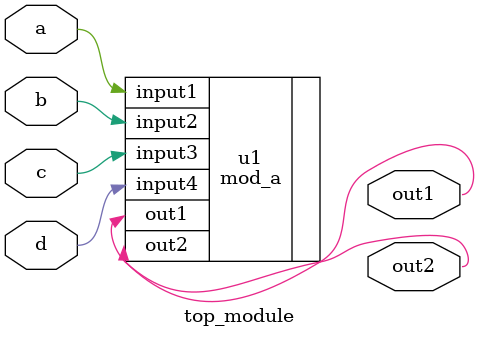
<source format=v>
module top_module ( 
    input a, 
    input b, 
    input c,
    input d,
    output out1,
    output out2
);

    mod_a u1(
        .input1(a),    
        .input2(b),    
        .input3(c),    
        .input4(d),
        
        .out1(out1),    
        .out2(out2)

    );

endmodule

</source>
